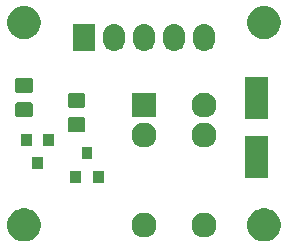
<source format=gbr>
G04 #@! TF.GenerationSoftware,KiCad,Pcbnew,(5.1.2)-2*
G04 #@! TF.CreationDate,2019-12-14T12:33:53+00:00*
G04 #@! TF.ProjectId,PlutoPTT,506c7574-6f50-4545-942e-6b696361645f,rev?*
G04 #@! TF.SameCoordinates,Original*
G04 #@! TF.FileFunction,Soldermask,Top*
G04 #@! TF.FilePolarity,Negative*
%FSLAX46Y46*%
G04 Gerber Fmt 4.6, Leading zero omitted, Abs format (unit mm)*
G04 Created by KiCad (PCBNEW (5.1.2)-2) date 2019-12-14 12:33:53*
%MOMM*%
%LPD*%
G04 APERTURE LIST*
%ADD10C,0.100000*%
G04 APERTURE END LIST*
D10*
G36*
X80328433Y-55784893D02*
G01*
X80418657Y-55802839D01*
X80524267Y-55846585D01*
X80673621Y-55908449D01*
X80673622Y-55908450D01*
X80903086Y-56061772D01*
X81098228Y-56256914D01*
X81149491Y-56333635D01*
X81251551Y-56486379D01*
X81357161Y-56741344D01*
X81411000Y-57012012D01*
X81411000Y-57287988D01*
X81357161Y-57558656D01*
X81251551Y-57813621D01*
X81200675Y-57889763D01*
X81098228Y-58043086D01*
X80903086Y-58238228D01*
X80749763Y-58340675D01*
X80673621Y-58391551D01*
X80524267Y-58453415D01*
X80418657Y-58497161D01*
X80328433Y-58515107D01*
X80147988Y-58551000D01*
X79872012Y-58551000D01*
X79691567Y-58515107D01*
X79601343Y-58497161D01*
X79495733Y-58453415D01*
X79346379Y-58391551D01*
X79270237Y-58340675D01*
X79116914Y-58238228D01*
X78921772Y-58043086D01*
X78819325Y-57889763D01*
X78768449Y-57813621D01*
X78662839Y-57558656D01*
X78609000Y-57287988D01*
X78609000Y-57012012D01*
X78662839Y-56741344D01*
X78768449Y-56486379D01*
X78870509Y-56333635D01*
X78921772Y-56256914D01*
X79116914Y-56061772D01*
X79346378Y-55908450D01*
X79346379Y-55908449D01*
X79495733Y-55846585D01*
X79601343Y-55802839D01*
X79691567Y-55784893D01*
X79872012Y-55749000D01*
X80147988Y-55749000D01*
X80328433Y-55784893D01*
X80328433Y-55784893D01*
G37*
G36*
X60008433Y-55784893D02*
G01*
X60098657Y-55802839D01*
X60204267Y-55846585D01*
X60353621Y-55908449D01*
X60353622Y-55908450D01*
X60583086Y-56061772D01*
X60778228Y-56256914D01*
X60829491Y-56333635D01*
X60931551Y-56486379D01*
X61037161Y-56741344D01*
X61091000Y-57012012D01*
X61091000Y-57287988D01*
X61037161Y-57558656D01*
X60931551Y-57813621D01*
X60880675Y-57889763D01*
X60778228Y-58043086D01*
X60583086Y-58238228D01*
X60429763Y-58340675D01*
X60353621Y-58391551D01*
X60204267Y-58453415D01*
X60098657Y-58497161D01*
X60008433Y-58515107D01*
X59827988Y-58551000D01*
X59552012Y-58551000D01*
X59371567Y-58515107D01*
X59281343Y-58497161D01*
X59175733Y-58453415D01*
X59026379Y-58391551D01*
X58950237Y-58340675D01*
X58796914Y-58238228D01*
X58601772Y-58043086D01*
X58499325Y-57889763D01*
X58448449Y-57813621D01*
X58342839Y-57558656D01*
X58289000Y-57287988D01*
X58289000Y-57012012D01*
X58342839Y-56741344D01*
X58448449Y-56486379D01*
X58550509Y-56333635D01*
X58601772Y-56256914D01*
X58796914Y-56061772D01*
X59026378Y-55908450D01*
X59026379Y-55908449D01*
X59175733Y-55846585D01*
X59281343Y-55802839D01*
X59371567Y-55784893D01*
X59552012Y-55749000D01*
X59827988Y-55749000D01*
X60008433Y-55784893D01*
X60008433Y-55784893D01*
G37*
G36*
X70156564Y-56139389D02*
G01*
X70347833Y-56218615D01*
X70347835Y-56218616D01*
X70405152Y-56256914D01*
X70519973Y-56333635D01*
X70666365Y-56480027D01*
X70781385Y-56652167D01*
X70860611Y-56843436D01*
X70901000Y-57046484D01*
X70901000Y-57253516D01*
X70860611Y-57456564D01*
X70781385Y-57647833D01*
X70781384Y-57647835D01*
X70666365Y-57819973D01*
X70519973Y-57966365D01*
X70347835Y-58081384D01*
X70347834Y-58081385D01*
X70347833Y-58081385D01*
X70156564Y-58160611D01*
X69953516Y-58201000D01*
X69746484Y-58201000D01*
X69543436Y-58160611D01*
X69352167Y-58081385D01*
X69352166Y-58081385D01*
X69352165Y-58081384D01*
X69180027Y-57966365D01*
X69033635Y-57819973D01*
X68918616Y-57647835D01*
X68918615Y-57647833D01*
X68839389Y-57456564D01*
X68799000Y-57253516D01*
X68799000Y-57046484D01*
X68839389Y-56843436D01*
X68918615Y-56652167D01*
X69033635Y-56480027D01*
X69180027Y-56333635D01*
X69294848Y-56256914D01*
X69352165Y-56218616D01*
X69352167Y-56218615D01*
X69543436Y-56139389D01*
X69746484Y-56099000D01*
X69953516Y-56099000D01*
X70156564Y-56139389D01*
X70156564Y-56139389D01*
G37*
G36*
X75236564Y-56139389D02*
G01*
X75427833Y-56218615D01*
X75427835Y-56218616D01*
X75485152Y-56256914D01*
X75599973Y-56333635D01*
X75746365Y-56480027D01*
X75861385Y-56652167D01*
X75940611Y-56843436D01*
X75981000Y-57046484D01*
X75981000Y-57253516D01*
X75940611Y-57456564D01*
X75861385Y-57647833D01*
X75861384Y-57647835D01*
X75746365Y-57819973D01*
X75599973Y-57966365D01*
X75427835Y-58081384D01*
X75427834Y-58081385D01*
X75427833Y-58081385D01*
X75236564Y-58160611D01*
X75033516Y-58201000D01*
X74826484Y-58201000D01*
X74623436Y-58160611D01*
X74432167Y-58081385D01*
X74432166Y-58081385D01*
X74432165Y-58081384D01*
X74260027Y-57966365D01*
X74113635Y-57819973D01*
X73998616Y-57647835D01*
X73998615Y-57647833D01*
X73919389Y-57456564D01*
X73879000Y-57253516D01*
X73879000Y-57046484D01*
X73919389Y-56843436D01*
X73998615Y-56652167D01*
X74113635Y-56480027D01*
X74260027Y-56333635D01*
X74374848Y-56256914D01*
X74432165Y-56218616D01*
X74432167Y-56218615D01*
X74623436Y-56139389D01*
X74826484Y-56099000D01*
X75033516Y-56099000D01*
X75236564Y-56139389D01*
X75236564Y-56139389D01*
G37*
G36*
X66425000Y-53571000D02*
G01*
X65523000Y-53571000D01*
X65523000Y-52569000D01*
X66425000Y-52569000D01*
X66425000Y-53571000D01*
X66425000Y-53571000D01*
G37*
G36*
X64525000Y-53571000D02*
G01*
X63623000Y-53571000D01*
X63623000Y-52569000D01*
X64525000Y-52569000D01*
X64525000Y-53571000D01*
X64525000Y-53571000D01*
G37*
G36*
X80326000Y-53196000D02*
G01*
X78424000Y-53196000D01*
X78424000Y-49594000D01*
X80326000Y-49594000D01*
X80326000Y-53196000D01*
X80326000Y-53196000D01*
G37*
G36*
X61284000Y-52428000D02*
G01*
X60382000Y-52428000D01*
X60382000Y-51426000D01*
X61284000Y-51426000D01*
X61284000Y-52428000D01*
X61284000Y-52428000D01*
G37*
G36*
X65475000Y-51571000D02*
G01*
X64573000Y-51571000D01*
X64573000Y-50569000D01*
X65475000Y-50569000D01*
X65475000Y-51571000D01*
X65475000Y-51571000D01*
G37*
G36*
X75236564Y-48519389D02*
G01*
X75427833Y-48598615D01*
X75427835Y-48598616D01*
X75599973Y-48713635D01*
X75746365Y-48860027D01*
X75861385Y-49032167D01*
X75940611Y-49223436D01*
X75981000Y-49426484D01*
X75981000Y-49633516D01*
X75940611Y-49836564D01*
X75861385Y-50027833D01*
X75861384Y-50027835D01*
X75746365Y-50199973D01*
X75599973Y-50346365D01*
X75427835Y-50461384D01*
X75427834Y-50461385D01*
X75427833Y-50461385D01*
X75236564Y-50540611D01*
X75033516Y-50581000D01*
X74826484Y-50581000D01*
X74623436Y-50540611D01*
X74432167Y-50461385D01*
X74432166Y-50461385D01*
X74432165Y-50461384D01*
X74260027Y-50346365D01*
X74113635Y-50199973D01*
X73998616Y-50027835D01*
X73998615Y-50027833D01*
X73919389Y-49836564D01*
X73879000Y-49633516D01*
X73879000Y-49426484D01*
X73919389Y-49223436D01*
X73998615Y-49032167D01*
X74113635Y-48860027D01*
X74260027Y-48713635D01*
X74432165Y-48598616D01*
X74432167Y-48598615D01*
X74623436Y-48519389D01*
X74826484Y-48479000D01*
X75033516Y-48479000D01*
X75236564Y-48519389D01*
X75236564Y-48519389D01*
G37*
G36*
X70156564Y-48519389D02*
G01*
X70347833Y-48598615D01*
X70347835Y-48598616D01*
X70519973Y-48713635D01*
X70666365Y-48860027D01*
X70781385Y-49032167D01*
X70860611Y-49223436D01*
X70901000Y-49426484D01*
X70901000Y-49633516D01*
X70860611Y-49836564D01*
X70781385Y-50027833D01*
X70781384Y-50027835D01*
X70666365Y-50199973D01*
X70519973Y-50346365D01*
X70347835Y-50461384D01*
X70347834Y-50461385D01*
X70347833Y-50461385D01*
X70156564Y-50540611D01*
X69953516Y-50581000D01*
X69746484Y-50581000D01*
X69543436Y-50540611D01*
X69352167Y-50461385D01*
X69352166Y-50461385D01*
X69352165Y-50461384D01*
X69180027Y-50346365D01*
X69033635Y-50199973D01*
X68918616Y-50027835D01*
X68918615Y-50027833D01*
X68839389Y-49836564D01*
X68799000Y-49633516D01*
X68799000Y-49426484D01*
X68839389Y-49223436D01*
X68918615Y-49032167D01*
X69033635Y-48860027D01*
X69180027Y-48713635D01*
X69352165Y-48598616D01*
X69352167Y-48598615D01*
X69543436Y-48519389D01*
X69746484Y-48479000D01*
X69953516Y-48479000D01*
X70156564Y-48519389D01*
X70156564Y-48519389D01*
G37*
G36*
X60334000Y-50428000D02*
G01*
X59432000Y-50428000D01*
X59432000Y-49426000D01*
X60334000Y-49426000D01*
X60334000Y-50428000D01*
X60334000Y-50428000D01*
G37*
G36*
X62234000Y-50428000D02*
G01*
X61332000Y-50428000D01*
X61332000Y-49426000D01*
X62234000Y-49426000D01*
X62234000Y-50428000D01*
X62234000Y-50428000D01*
G37*
G36*
X64723674Y-48028465D02*
G01*
X64761367Y-48039899D01*
X64796103Y-48058466D01*
X64826548Y-48083452D01*
X64851534Y-48113897D01*
X64870101Y-48148633D01*
X64881535Y-48186326D01*
X64886000Y-48231661D01*
X64886000Y-49068339D01*
X64881535Y-49113674D01*
X64870101Y-49151367D01*
X64851534Y-49186103D01*
X64826548Y-49216548D01*
X64796103Y-49241534D01*
X64761367Y-49260101D01*
X64723674Y-49271535D01*
X64678339Y-49276000D01*
X63591661Y-49276000D01*
X63546326Y-49271535D01*
X63508633Y-49260101D01*
X63473897Y-49241534D01*
X63443452Y-49216548D01*
X63418466Y-49186103D01*
X63399899Y-49151367D01*
X63388465Y-49113674D01*
X63384000Y-49068339D01*
X63384000Y-48231661D01*
X63388465Y-48186326D01*
X63399899Y-48148633D01*
X63418466Y-48113897D01*
X63443452Y-48083452D01*
X63473897Y-48058466D01*
X63508633Y-48039899D01*
X63546326Y-48028465D01*
X63591661Y-48024000D01*
X64678339Y-48024000D01*
X64723674Y-48028465D01*
X64723674Y-48028465D01*
G37*
G36*
X80326000Y-48196000D02*
G01*
X78424000Y-48196000D01*
X78424000Y-44594000D01*
X80326000Y-44594000D01*
X80326000Y-48196000D01*
X80326000Y-48196000D01*
G37*
G36*
X75236564Y-45979389D02*
G01*
X75427833Y-46058615D01*
X75427835Y-46058616D01*
X75544136Y-46136326D01*
X75599973Y-46173635D01*
X75746365Y-46320027D01*
X75861385Y-46492167D01*
X75940611Y-46683436D01*
X75981000Y-46886484D01*
X75981000Y-47093516D01*
X75940611Y-47296564D01*
X75861385Y-47487833D01*
X75861384Y-47487835D01*
X75746365Y-47659973D01*
X75599973Y-47806365D01*
X75427835Y-47921384D01*
X75427834Y-47921385D01*
X75427833Y-47921385D01*
X75236564Y-48000611D01*
X75033516Y-48041000D01*
X74826484Y-48041000D01*
X74623436Y-48000611D01*
X74432167Y-47921385D01*
X74432166Y-47921385D01*
X74432165Y-47921384D01*
X74260027Y-47806365D01*
X74113635Y-47659973D01*
X73998616Y-47487835D01*
X73998615Y-47487833D01*
X73919389Y-47296564D01*
X73879000Y-47093516D01*
X73879000Y-46886484D01*
X73919389Y-46683436D01*
X73998615Y-46492167D01*
X74113635Y-46320027D01*
X74260027Y-46173635D01*
X74315864Y-46136326D01*
X74432165Y-46058616D01*
X74432167Y-46058615D01*
X74623436Y-45979389D01*
X74826484Y-45939000D01*
X75033516Y-45939000D01*
X75236564Y-45979389D01*
X75236564Y-45979389D01*
G37*
G36*
X70901000Y-48041000D02*
G01*
X68799000Y-48041000D01*
X68799000Y-45939000D01*
X70901000Y-45939000D01*
X70901000Y-48041000D01*
X70901000Y-48041000D01*
G37*
G36*
X60278674Y-46758465D02*
G01*
X60316367Y-46769899D01*
X60351103Y-46788466D01*
X60381548Y-46813452D01*
X60406534Y-46843897D01*
X60425101Y-46878633D01*
X60436535Y-46916326D01*
X60441000Y-46961661D01*
X60441000Y-47798339D01*
X60436535Y-47843674D01*
X60425101Y-47881367D01*
X60406534Y-47916103D01*
X60381548Y-47946548D01*
X60351103Y-47971534D01*
X60316367Y-47990101D01*
X60278674Y-48001535D01*
X60233339Y-48006000D01*
X59146661Y-48006000D01*
X59101326Y-48001535D01*
X59063633Y-47990101D01*
X59028897Y-47971534D01*
X58998452Y-47946548D01*
X58973466Y-47916103D01*
X58954899Y-47881367D01*
X58943465Y-47843674D01*
X58939000Y-47798339D01*
X58939000Y-46961661D01*
X58943465Y-46916326D01*
X58954899Y-46878633D01*
X58973466Y-46843897D01*
X58998452Y-46813452D01*
X59028897Y-46788466D01*
X59063633Y-46769899D01*
X59101326Y-46758465D01*
X59146661Y-46754000D01*
X60233339Y-46754000D01*
X60278674Y-46758465D01*
X60278674Y-46758465D01*
G37*
G36*
X64723674Y-45978465D02*
G01*
X64761367Y-45989899D01*
X64796103Y-46008466D01*
X64826548Y-46033452D01*
X64851534Y-46063897D01*
X64870101Y-46098633D01*
X64881535Y-46136326D01*
X64886000Y-46181661D01*
X64886000Y-47018339D01*
X64881535Y-47063674D01*
X64870101Y-47101367D01*
X64851534Y-47136103D01*
X64826548Y-47166548D01*
X64796103Y-47191534D01*
X64761367Y-47210101D01*
X64723674Y-47221535D01*
X64678339Y-47226000D01*
X63591661Y-47226000D01*
X63546326Y-47221535D01*
X63508633Y-47210101D01*
X63473897Y-47191534D01*
X63443452Y-47166548D01*
X63418466Y-47136103D01*
X63399899Y-47101367D01*
X63388465Y-47063674D01*
X63384000Y-47018339D01*
X63384000Y-46181661D01*
X63388465Y-46136326D01*
X63399899Y-46098633D01*
X63418466Y-46063897D01*
X63443452Y-46033452D01*
X63473897Y-46008466D01*
X63508633Y-45989899D01*
X63546326Y-45978465D01*
X63591661Y-45974000D01*
X64678339Y-45974000D01*
X64723674Y-45978465D01*
X64723674Y-45978465D01*
G37*
G36*
X60278674Y-44708465D02*
G01*
X60316367Y-44719899D01*
X60351103Y-44738466D01*
X60381548Y-44763452D01*
X60406534Y-44793897D01*
X60425101Y-44828633D01*
X60436535Y-44866326D01*
X60441000Y-44911661D01*
X60441000Y-45748339D01*
X60436535Y-45793674D01*
X60425101Y-45831367D01*
X60406534Y-45866103D01*
X60381548Y-45896548D01*
X60351103Y-45921534D01*
X60316367Y-45940101D01*
X60278674Y-45951535D01*
X60233339Y-45956000D01*
X59146661Y-45956000D01*
X59101326Y-45951535D01*
X59063633Y-45940101D01*
X59028897Y-45921534D01*
X58998452Y-45896548D01*
X58973466Y-45866103D01*
X58954899Y-45831367D01*
X58943465Y-45793674D01*
X58939000Y-45748339D01*
X58939000Y-44911661D01*
X58943465Y-44866326D01*
X58954899Y-44828633D01*
X58973466Y-44793897D01*
X58998452Y-44763452D01*
X59028897Y-44738466D01*
X59063633Y-44719899D01*
X59101326Y-44708465D01*
X59146661Y-44704000D01*
X60233339Y-44704000D01*
X60278674Y-44708465D01*
X60278674Y-44708465D01*
G37*
G36*
X67490547Y-40137326D02*
G01*
X67664156Y-40189990D01*
X67664158Y-40189991D01*
X67824155Y-40275511D01*
X67964397Y-40390603D01*
X68043729Y-40487271D01*
X68079489Y-40530844D01*
X68165010Y-40690843D01*
X68217674Y-40864452D01*
X68231000Y-40999756D01*
X68231000Y-41550243D01*
X68217674Y-41685548D01*
X68165010Y-41859157D01*
X68079489Y-42019156D01*
X68043729Y-42062729D01*
X67964397Y-42159397D01*
X67867729Y-42238729D01*
X67824156Y-42274489D01*
X67664157Y-42360010D01*
X67490548Y-42412674D01*
X67310000Y-42430456D01*
X67129453Y-42412674D01*
X66955844Y-42360010D01*
X66795845Y-42274489D01*
X66752272Y-42238729D01*
X66655604Y-42159397D01*
X66540513Y-42019157D01*
X66540512Y-42019155D01*
X66454990Y-41859157D01*
X66402326Y-41685548D01*
X66389000Y-41550244D01*
X66389000Y-40999757D01*
X66402326Y-40864453D01*
X66454990Y-40690844D01*
X66540511Y-40530845D01*
X66540512Y-40530844D01*
X66655603Y-40390603D01*
X66752271Y-40311271D01*
X66795844Y-40275511D01*
X66955843Y-40189990D01*
X67129452Y-40137326D01*
X67310000Y-40119544D01*
X67490547Y-40137326D01*
X67490547Y-40137326D01*
G37*
G36*
X70030547Y-40137326D02*
G01*
X70204156Y-40189990D01*
X70204158Y-40189991D01*
X70364155Y-40275511D01*
X70504397Y-40390603D01*
X70583729Y-40487271D01*
X70619489Y-40530844D01*
X70705010Y-40690843D01*
X70757674Y-40864452D01*
X70771000Y-40999756D01*
X70771000Y-41550243D01*
X70757674Y-41685548D01*
X70705010Y-41859157D01*
X70619489Y-42019156D01*
X70583729Y-42062729D01*
X70504397Y-42159397D01*
X70407729Y-42238729D01*
X70364156Y-42274489D01*
X70204157Y-42360010D01*
X70030548Y-42412674D01*
X69850000Y-42430456D01*
X69669453Y-42412674D01*
X69495844Y-42360010D01*
X69335845Y-42274489D01*
X69292272Y-42238729D01*
X69195604Y-42159397D01*
X69080513Y-42019157D01*
X69080512Y-42019155D01*
X68994990Y-41859157D01*
X68942326Y-41685548D01*
X68929000Y-41550244D01*
X68929000Y-40999757D01*
X68942326Y-40864453D01*
X68994990Y-40690844D01*
X69080511Y-40530845D01*
X69080512Y-40530844D01*
X69195603Y-40390603D01*
X69292271Y-40311271D01*
X69335844Y-40275511D01*
X69495843Y-40189990D01*
X69669452Y-40137326D01*
X69850000Y-40119544D01*
X70030547Y-40137326D01*
X70030547Y-40137326D01*
G37*
G36*
X72570547Y-40137326D02*
G01*
X72744156Y-40189990D01*
X72744158Y-40189991D01*
X72904155Y-40275511D01*
X73044397Y-40390603D01*
X73123729Y-40487271D01*
X73159489Y-40530844D01*
X73245010Y-40690843D01*
X73297674Y-40864452D01*
X73311000Y-40999756D01*
X73311000Y-41550243D01*
X73297674Y-41685548D01*
X73245010Y-41859157D01*
X73159489Y-42019156D01*
X73123729Y-42062729D01*
X73044397Y-42159397D01*
X72947729Y-42238729D01*
X72904156Y-42274489D01*
X72744157Y-42360010D01*
X72570548Y-42412674D01*
X72390000Y-42430456D01*
X72209453Y-42412674D01*
X72035844Y-42360010D01*
X71875845Y-42274489D01*
X71832272Y-42238729D01*
X71735604Y-42159397D01*
X71620513Y-42019157D01*
X71620512Y-42019155D01*
X71534990Y-41859157D01*
X71482326Y-41685548D01*
X71469000Y-41550244D01*
X71469000Y-40999757D01*
X71482326Y-40864453D01*
X71534990Y-40690844D01*
X71620511Y-40530845D01*
X71620512Y-40530844D01*
X71735603Y-40390603D01*
X71832271Y-40311271D01*
X71875844Y-40275511D01*
X72035843Y-40189990D01*
X72209452Y-40137326D01*
X72390000Y-40119544D01*
X72570547Y-40137326D01*
X72570547Y-40137326D01*
G37*
G36*
X75110547Y-40137326D02*
G01*
X75284156Y-40189990D01*
X75284158Y-40189991D01*
X75444155Y-40275511D01*
X75584397Y-40390603D01*
X75663729Y-40487271D01*
X75699489Y-40530844D01*
X75785010Y-40690843D01*
X75837674Y-40864452D01*
X75851000Y-40999756D01*
X75851000Y-41550243D01*
X75837674Y-41685548D01*
X75785010Y-41859157D01*
X75699489Y-42019156D01*
X75663729Y-42062729D01*
X75584397Y-42159397D01*
X75487729Y-42238729D01*
X75444156Y-42274489D01*
X75284157Y-42360010D01*
X75110548Y-42412674D01*
X74930000Y-42430456D01*
X74749453Y-42412674D01*
X74575844Y-42360010D01*
X74415845Y-42274489D01*
X74372272Y-42238729D01*
X74275604Y-42159397D01*
X74160513Y-42019157D01*
X74160512Y-42019155D01*
X74074990Y-41859157D01*
X74022326Y-41685548D01*
X74009000Y-41550244D01*
X74009000Y-40999757D01*
X74022326Y-40864453D01*
X74074990Y-40690844D01*
X74160511Y-40530845D01*
X74160512Y-40530844D01*
X74275603Y-40390603D01*
X74372271Y-40311271D01*
X74415844Y-40275511D01*
X74575843Y-40189990D01*
X74749452Y-40137326D01*
X74930000Y-40119544D01*
X75110547Y-40137326D01*
X75110547Y-40137326D01*
G37*
G36*
X65691000Y-42426000D02*
G01*
X63849000Y-42426000D01*
X63849000Y-40124000D01*
X65691000Y-40124000D01*
X65691000Y-42426000D01*
X65691000Y-42426000D01*
G37*
G36*
X80328433Y-38639893D02*
G01*
X80418657Y-38657839D01*
X80524267Y-38701585D01*
X80673621Y-38763449D01*
X80673622Y-38763450D01*
X80903086Y-38916772D01*
X81098228Y-39111914D01*
X81200675Y-39265237D01*
X81251551Y-39341379D01*
X81357161Y-39596344D01*
X81411000Y-39867012D01*
X81411000Y-40142988D01*
X81357161Y-40413656D01*
X81251551Y-40668621D01*
X81236702Y-40690844D01*
X81098228Y-40898086D01*
X80903086Y-41093228D01*
X80749763Y-41195675D01*
X80673621Y-41246551D01*
X80524267Y-41308415D01*
X80418657Y-41352161D01*
X80328433Y-41370107D01*
X80147988Y-41406000D01*
X79872012Y-41406000D01*
X79691567Y-41370107D01*
X79601343Y-41352161D01*
X79495733Y-41308415D01*
X79346379Y-41246551D01*
X79270237Y-41195675D01*
X79116914Y-41093228D01*
X78921772Y-40898086D01*
X78783298Y-40690844D01*
X78768449Y-40668621D01*
X78662839Y-40413656D01*
X78609000Y-40142988D01*
X78609000Y-39867012D01*
X78662839Y-39596344D01*
X78768449Y-39341379D01*
X78819325Y-39265237D01*
X78921772Y-39111914D01*
X79116914Y-38916772D01*
X79346378Y-38763450D01*
X79346379Y-38763449D01*
X79495733Y-38701585D01*
X79601343Y-38657839D01*
X79691567Y-38639893D01*
X79872012Y-38604000D01*
X80147988Y-38604000D01*
X80328433Y-38639893D01*
X80328433Y-38639893D01*
G37*
G36*
X60008433Y-38639893D02*
G01*
X60098657Y-38657839D01*
X60204267Y-38701585D01*
X60353621Y-38763449D01*
X60353622Y-38763450D01*
X60583086Y-38916772D01*
X60778228Y-39111914D01*
X60880675Y-39265237D01*
X60931551Y-39341379D01*
X61037161Y-39596344D01*
X61091000Y-39867012D01*
X61091000Y-40142988D01*
X61037161Y-40413656D01*
X60931551Y-40668621D01*
X60916702Y-40690844D01*
X60778228Y-40898086D01*
X60583086Y-41093228D01*
X60429763Y-41195675D01*
X60353621Y-41246551D01*
X60204267Y-41308415D01*
X60098657Y-41352161D01*
X60008433Y-41370107D01*
X59827988Y-41406000D01*
X59552012Y-41406000D01*
X59371567Y-41370107D01*
X59281343Y-41352161D01*
X59175733Y-41308415D01*
X59026379Y-41246551D01*
X58950237Y-41195675D01*
X58796914Y-41093228D01*
X58601772Y-40898086D01*
X58463298Y-40690844D01*
X58448449Y-40668621D01*
X58342839Y-40413656D01*
X58289000Y-40142988D01*
X58289000Y-39867012D01*
X58342839Y-39596344D01*
X58448449Y-39341379D01*
X58499325Y-39265237D01*
X58601772Y-39111914D01*
X58796914Y-38916772D01*
X59026378Y-38763450D01*
X59026379Y-38763449D01*
X59175733Y-38701585D01*
X59281343Y-38657839D01*
X59371567Y-38639893D01*
X59552012Y-38604000D01*
X59827988Y-38604000D01*
X60008433Y-38639893D01*
X60008433Y-38639893D01*
G37*
M02*

</source>
